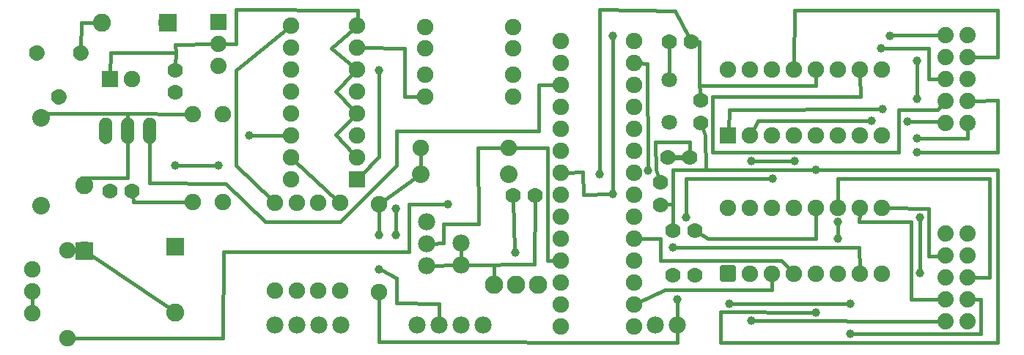
<source format=gtl>
G04 MADE WITH FRITZING*
G04 WWW.FRITZING.ORG*
G04 DOUBLE SIDED*
G04 HOLES PLATED*
G04 CONTOUR ON CENTER OF CONTOUR VECTOR*
%ASAXBY*%
%FSLAX23Y23*%
%MOIN*%
%OFA0B0*%
%SFA1.0B1.0*%
%ADD10C,0.039370*%
%ADD11C,0.070925*%
%ADD12C,0.070866*%
%ADD13C,0.070000*%
%ADD14C,0.082000*%
%ADD15C,0.078000*%
%ADD16C,0.083307*%
%ADD17C,0.075000*%
%ADD18C,0.074000*%
%ADD19C,0.060000*%
%ADD20C,0.080000*%
%ADD21C,0.074667*%
%ADD22C,0.074695*%
%ADD23R,0.082000X0.082000*%
%ADD24R,0.075000X0.075000*%
%ADD25R,0.000150X0.000150*%
%ADD26C,0.024000*%
%ADD27C,0.016000*%
%ADD28C,0.020000*%
%ADD29R,0.001000X0.001000*%
%LNCOPPER1*%
G90*
G70*
G54D10*
X2305Y449D03*
X3044Y234D03*
G54D11*
X3005Y1041D03*
G54D12*
X3005Y1234D03*
G54D13*
X3101Y880D03*
X3001Y880D03*
X3105Y1407D03*
X3005Y1407D03*
G54D10*
X4134Y966D03*
X4134Y1148D03*
X4008Y1435D03*
X4134Y903D03*
X3970Y1377D03*
X3379Y864D03*
X3575Y864D03*
X3279Y215D03*
X3831Y215D03*
X3831Y76D03*
X3772Y589D03*
X3772Y510D03*
X4146Y608D03*
X4146Y353D03*
X1686Y1277D03*
X1095Y982D03*
X957Y844D03*
X760Y844D03*
X3674Y825D03*
X2749Y1435D03*
X2749Y714D03*
X3083Y608D03*
X3477Y785D03*
X2910Y821D03*
X3379Y136D03*
X3674Y175D03*
X1764Y648D03*
X1764Y529D03*
X1686Y529D03*
X3977Y1100D03*
X3024Y470D03*
X2001Y667D03*
X2690Y805D03*
X1686Y372D03*
X4134Y1321D03*
G54D13*
X3022Y549D03*
X3123Y549D03*
X3150Y1039D03*
X3150Y1140D03*
G54D14*
X760Y475D03*
X760Y175D03*
G54D15*
X1512Y116D03*
X1412Y116D03*
X1312Y116D03*
X1212Y116D03*
G54D16*
X2409Y301D03*
X2309Y301D03*
X2209Y301D03*
G54D15*
X2944Y116D03*
X3044Y116D03*
X2060Y492D03*
X2060Y392D03*
X1902Y588D03*
X1902Y488D03*
X1902Y388D03*
G54D17*
X1876Y923D03*
X2276Y923D03*
X977Y1079D03*
X977Y679D03*
G54D18*
X4264Y1438D03*
X4364Y1438D03*
X4264Y1338D03*
X4364Y1338D03*
X4264Y1238D03*
X4364Y1238D03*
X4264Y1138D03*
X4364Y1138D03*
X4264Y1038D03*
X4364Y1038D03*
X4264Y1438D03*
X4364Y1438D03*
X4264Y1338D03*
X4364Y1338D03*
X4264Y1238D03*
X4364Y1238D03*
X4264Y1138D03*
X4364Y1138D03*
X4264Y1038D03*
X4364Y1038D03*
X4264Y533D03*
X4364Y533D03*
X4264Y433D03*
X4364Y433D03*
X4264Y333D03*
X4364Y333D03*
X4264Y233D03*
X4364Y233D03*
X4264Y133D03*
X4364Y133D03*
X4264Y533D03*
X4364Y533D03*
X4264Y433D03*
X4364Y433D03*
X4264Y333D03*
X4364Y333D03*
X4264Y233D03*
X4364Y233D03*
X4264Y133D03*
X4364Y133D03*
G54D15*
X1860Y116D03*
X1960Y116D03*
X2060Y116D03*
X2160Y116D03*
G54D17*
X2845Y111D03*
X2845Y211D03*
X2845Y311D03*
X2845Y411D03*
X2845Y511D03*
X2845Y611D03*
X2845Y711D03*
X2845Y811D03*
X2845Y911D03*
X2845Y1011D03*
X2845Y1111D03*
X2845Y1211D03*
X2845Y1311D03*
X2512Y1411D03*
X2512Y1311D03*
X2512Y1211D03*
X2512Y1111D03*
X2512Y1011D03*
X2512Y911D03*
X2512Y811D03*
X2512Y711D03*
X2512Y611D03*
X2512Y511D03*
X2512Y411D03*
X2512Y311D03*
X2512Y211D03*
X2512Y111D03*
X2845Y1411D03*
X2845Y111D03*
X2845Y211D03*
X2845Y311D03*
X2845Y411D03*
X2845Y511D03*
X2845Y611D03*
X2845Y711D03*
X2845Y811D03*
X2845Y911D03*
X2845Y1011D03*
X2845Y1111D03*
X2845Y1211D03*
X2845Y1311D03*
X2512Y1411D03*
X2512Y1311D03*
X2512Y1211D03*
X2512Y1111D03*
X2512Y1011D03*
X2512Y911D03*
X2512Y811D03*
X2512Y711D03*
X2512Y611D03*
X2512Y511D03*
X2512Y411D03*
X2512Y311D03*
X2512Y211D03*
X2512Y111D03*
X2845Y1411D03*
G54D18*
X957Y1497D03*
X957Y1397D03*
X957Y1297D03*
X957Y1497D03*
X957Y1397D03*
X957Y1297D03*
G54D17*
X1587Y781D03*
X1287Y781D03*
X1587Y881D03*
X1287Y881D03*
X1587Y981D03*
X1287Y981D03*
X1587Y1081D03*
X1287Y1081D03*
X1587Y1181D03*
X1287Y1181D03*
X1587Y1281D03*
X1287Y1281D03*
X1587Y1381D03*
X1287Y1381D03*
X1587Y1481D03*
X1287Y1481D03*
G54D13*
X331Y1356D03*
X131Y1356D03*
X231Y1156D03*
G54D17*
X3274Y352D03*
X3274Y652D03*
X3374Y352D03*
X3374Y652D03*
X3474Y352D03*
X3474Y652D03*
X3574Y352D03*
X3574Y652D03*
X3674Y352D03*
X3674Y652D03*
X3774Y352D03*
X3774Y652D03*
X3874Y352D03*
X3874Y652D03*
X3974Y352D03*
X3974Y652D03*
X3274Y982D03*
X3274Y1282D03*
X3374Y982D03*
X3374Y1282D03*
X3474Y982D03*
X3474Y1282D03*
X3574Y982D03*
X3574Y1282D03*
X3674Y982D03*
X3674Y1282D03*
X3774Y982D03*
X3774Y1282D03*
X3874Y982D03*
X3874Y1282D03*
X3974Y982D03*
X3974Y1282D03*
G54D14*
X724Y1494D03*
X426Y1494D03*
G54D19*
X644Y1002D03*
X544Y1002D03*
X444Y1002D03*
X644Y1002D03*
X544Y1002D03*
X444Y1002D03*
G54D17*
X464Y1238D03*
X564Y1238D03*
G54D13*
X760Y1279D03*
X760Y1179D03*
G54D17*
X1213Y674D03*
X1213Y274D03*
X1312Y674D03*
X1312Y274D03*
X1410Y674D03*
X1410Y274D03*
X1508Y674D03*
X1508Y274D03*
X2296Y1159D03*
X1896Y1159D03*
X2296Y1258D03*
X1896Y1258D03*
X2296Y1376D03*
X1896Y1376D03*
X2296Y1474D03*
X1896Y1474D03*
G54D20*
X150Y1061D03*
X150Y661D03*
G54D17*
X839Y1079D03*
X839Y679D03*
G54D13*
X463Y726D03*
X564Y726D03*
G54D14*
X347Y456D03*
X347Y754D03*
G54D20*
X2276Y805D03*
X1876Y805D03*
G54D13*
X2396Y707D03*
X2296Y707D03*
X2965Y665D03*
X2965Y766D03*
G54D17*
X1686Y667D03*
X1686Y267D03*
G54D13*
X3123Y344D03*
X3022Y344D03*
G54D17*
X268Y457D03*
X268Y57D03*
G54D21*
X111Y172D03*
X111Y272D03*
G54D22*
X111Y372D03*
G54D10*
X3926Y1049D03*
X4091Y1045D03*
G54D23*
X760Y475D03*
G54D24*
X1587Y781D03*
G54D25*
X1287Y1080D03*
X1287Y1181D03*
X3573Y652D03*
G54D24*
X3274Y982D03*
G54D25*
X3573Y1282D03*
G54D23*
X725Y1494D03*
G54D24*
X464Y1238D03*
G54D23*
X347Y455D03*
G54D26*
X3075Y880D02*
X3027Y880D01*
G54D27*
D02*
X3005Y1256D02*
X3005Y1387D01*
D02*
X3142Y1407D02*
X3125Y1407D01*
D02*
X3144Y1206D02*
X3142Y1407D01*
D02*
X3032Y1549D02*
X3095Y1426D01*
D02*
X3099Y951D02*
X3100Y900D01*
D02*
X2942Y951D02*
X3099Y951D01*
D02*
X2946Y825D02*
X2942Y951D01*
D02*
X2304Y462D02*
X2297Y686D01*
D02*
X2615Y710D02*
X2614Y813D01*
D02*
X2614Y813D02*
X2535Y812D01*
D02*
X2735Y714D02*
X2615Y710D01*
D02*
X2209Y328D02*
X2210Y392D01*
D02*
X2210Y392D02*
X2084Y392D01*
D02*
X2959Y785D02*
X2946Y825D01*
D02*
X3144Y1206D02*
X3148Y1160D01*
D02*
X3674Y1259D02*
X3674Y1207D01*
D02*
X3674Y1207D02*
X3144Y1206D01*
D02*
X3044Y141D02*
X3044Y221D01*
D02*
X3044Y38D02*
X1685Y41D01*
D02*
X1685Y41D02*
X1686Y244D01*
D02*
X3044Y91D02*
X3044Y38D01*
D02*
X3024Y667D02*
X3023Y570D01*
D02*
X2986Y666D02*
X3024Y667D01*
D02*
X4501Y904D02*
X4148Y903D01*
D02*
X4501Y1141D02*
X4501Y904D01*
D02*
X4390Y1139D02*
X4501Y1141D01*
D02*
X4239Y1438D02*
X4021Y1436D01*
D02*
X3818Y215D02*
X3293Y215D01*
D02*
X4422Y76D02*
X3845Y76D01*
D02*
X4422Y234D02*
X4422Y76D01*
D02*
X4462Y333D02*
X4462Y785D01*
D02*
X4462Y785D02*
X3772Y785D01*
D02*
X4390Y333D02*
X4462Y333D01*
D02*
X3772Y785D02*
X3773Y675D01*
D02*
X3562Y864D02*
X3393Y864D01*
D02*
X4146Y595D02*
X4146Y366D01*
D02*
X4106Y234D02*
X4106Y589D01*
D02*
X4106Y589D02*
X3871Y589D01*
D02*
X4239Y233D02*
X4106Y234D01*
D02*
X3871Y589D02*
X3873Y629D01*
D02*
X4185Y430D02*
X4185Y648D01*
D02*
X4239Y432D02*
X4185Y430D01*
D02*
X4185Y648D02*
X3997Y652D01*
D02*
X3772Y523D02*
X3772Y575D01*
D02*
X4390Y233D02*
X4422Y234D01*
D02*
X2867Y1310D02*
X2906Y1309D01*
D02*
X1470Y1376D02*
X1569Y1295D01*
D02*
X1570Y1465D02*
X1470Y1376D01*
D02*
X1685Y884D02*
X1603Y797D01*
D02*
X1686Y1264D02*
X1685Y884D01*
D02*
X1264Y981D02*
X1109Y982D01*
D02*
X944Y844D02*
X774Y844D01*
D02*
X3275Y1005D02*
X3281Y1099D01*
D02*
X3281Y1099D02*
X3964Y1100D01*
D02*
X3170Y982D02*
X3174Y824D01*
D02*
X3157Y1020D02*
X3170Y982D01*
D02*
X3174Y824D02*
X3660Y825D01*
D02*
X2749Y1422D02*
X2749Y728D01*
D02*
X3024Y824D02*
X3174Y824D01*
D02*
X3024Y667D02*
X3024Y824D01*
D02*
X3023Y570D02*
X3024Y667D01*
D02*
X3083Y785D02*
X3464Y785D01*
D02*
X3083Y622D02*
X3083Y785D01*
D02*
X2906Y1309D02*
X2910Y834D01*
D02*
X4239Y133D02*
X3392Y136D01*
D02*
X4501Y825D02*
X3687Y825D01*
D02*
X3241Y177D02*
X3241Y38D01*
D02*
X3241Y38D02*
X4501Y38D01*
D02*
X4501Y38D02*
X4501Y825D01*
D02*
X3241Y177D02*
X3660Y175D01*
D02*
X1489Y984D02*
X1571Y897D01*
D02*
X1571Y1064D02*
X1489Y984D01*
D02*
X1489Y1181D02*
X1571Y1097D01*
D02*
X1571Y1264D02*
X1489Y1181D01*
D02*
X1764Y634D02*
X1764Y543D01*
D02*
X1686Y644D02*
X1686Y543D01*
D02*
X760Y1395D02*
X932Y1397D01*
D02*
X762Y1357D02*
X760Y1395D01*
D02*
X761Y1300D02*
X762Y1357D01*
D02*
X466Y1357D02*
X762Y1357D01*
D02*
X464Y1261D02*
X466Y1357D01*
D02*
X568Y679D02*
X565Y706D01*
D02*
X816Y679D02*
X568Y679D01*
D02*
X332Y1494D02*
X399Y1494D01*
D02*
X331Y1377D02*
X332Y1494D01*
D02*
X347Y786D02*
X347Y780D01*
D02*
X544Y786D02*
X347Y786D01*
D02*
X544Y976D02*
X544Y786D01*
D02*
X544Y1081D02*
X544Y1027D01*
D02*
X816Y1079D02*
X544Y1081D01*
D02*
X543Y1081D02*
X544Y1027D01*
D02*
X170Y1081D02*
X543Y1081D01*
D02*
X168Y1079D02*
X170Y1081D01*
D02*
X3576Y1552D02*
X3574Y1305D01*
D02*
X4501Y1552D02*
X3576Y1552D01*
D02*
X4501Y1336D02*
X4501Y1552D01*
D02*
X4390Y1338D02*
X4501Y1336D01*
D02*
X2985Y277D02*
X3473Y277D01*
D02*
X2865Y221D02*
X2985Y277D01*
D02*
X3473Y277D02*
X3474Y329D01*
D02*
X1304Y865D02*
X1492Y689D01*
D02*
X1804Y1159D02*
X1873Y1159D01*
D02*
X1804Y1376D02*
X1804Y1159D01*
D02*
X1610Y1380D02*
X1804Y1376D01*
D02*
X3912Y1049D02*
X3410Y1049D01*
D02*
X4048Y1096D02*
X4049Y904D01*
D02*
X4225Y1096D02*
X4048Y1096D01*
D02*
X4247Y1120D02*
X4225Y1096D01*
D02*
X3410Y1049D02*
X3385Y1002D01*
D02*
X3202Y1158D02*
X3875Y1159D01*
D02*
X3202Y904D02*
X3202Y1158D01*
D02*
X4049Y904D02*
X3202Y904D01*
D02*
X3875Y1159D02*
X3874Y1259D01*
D02*
X4239Y1238D02*
X4186Y1237D01*
D02*
X4186Y1377D02*
X3983Y1377D01*
D02*
X4186Y1237D02*
X4186Y1377D01*
D02*
X2867Y511D02*
X2966Y510D01*
D02*
X3517Y411D02*
X3558Y369D01*
D02*
X2965Y412D02*
X3517Y411D01*
D02*
X2966Y510D02*
X2965Y412D01*
D02*
X3038Y470D02*
X3870Y471D01*
D02*
X1036Y844D02*
X1197Y690D01*
D02*
X1269Y1466D02*
X1035Y1278D01*
D02*
X1035Y1278D02*
X1036Y844D01*
D02*
X3870Y471D02*
X3873Y375D01*
D02*
X2452Y412D02*
X2452Y924D01*
D02*
X2452Y924D02*
X2299Y923D01*
D02*
X2490Y412D02*
X2452Y412D01*
D02*
X2139Y576D02*
X2135Y924D01*
D02*
X1981Y576D02*
X2139Y576D01*
D02*
X2135Y924D02*
X2253Y923D01*
D02*
X1981Y490D02*
X1981Y576D01*
D02*
X1927Y489D02*
X1981Y490D01*
D02*
X2414Y1002D02*
X1765Y1001D01*
D02*
X2413Y1211D02*
X2414Y1002D01*
D02*
X2490Y1211D02*
X2413Y1211D01*
D02*
X1765Y1001D02*
X1765Y845D01*
D02*
X989Y762D02*
X642Y765D01*
D02*
X642Y765D02*
X644Y976D01*
D02*
X1169Y589D02*
X989Y762D01*
D02*
X1509Y589D02*
X1169Y589D01*
D02*
X1765Y845D02*
X1509Y589D01*
D02*
X1824Y668D02*
X1823Y450D01*
D02*
X1987Y667D02*
X1824Y668D01*
D02*
X738Y190D02*
X369Y441D01*
D02*
X1823Y450D02*
X978Y450D01*
D02*
X976Y58D02*
X291Y57D01*
D02*
X978Y450D02*
X976Y58D01*
D02*
X2060Y416D02*
X2060Y467D01*
D02*
X1927Y389D02*
X2035Y391D01*
D02*
X2688Y1553D02*
X2690Y818D01*
D02*
X3182Y510D02*
X3140Y538D01*
D02*
X3674Y510D02*
X3182Y510D01*
D02*
X3674Y629D02*
X3674Y510D01*
D02*
X3032Y1549D02*
X2688Y1553D01*
D02*
X1856Y790D02*
X1704Y681D01*
D02*
X1876Y900D02*
X1876Y831D01*
D02*
X1765Y216D02*
X1765Y332D01*
D02*
X1765Y332D02*
X1698Y366D01*
D02*
X1958Y214D02*
X1765Y216D01*
D02*
X1959Y141D02*
X1958Y214D01*
D02*
X111Y198D02*
X111Y246D01*
D02*
X2084Y392D02*
X2394Y393D01*
D02*
X2394Y393D02*
X2396Y686D01*
D02*
X1588Y1552D02*
X1035Y1553D01*
D02*
X1035Y1397D02*
X983Y1397D01*
D02*
X1035Y1553D02*
X1035Y1397D01*
D02*
X1588Y1504D02*
X1588Y1552D01*
D02*
X4134Y1161D02*
X4134Y1307D01*
D02*
X4363Y966D02*
X4148Y966D01*
D02*
X4364Y1013D02*
X4363Y966D01*
D02*
X4105Y1045D02*
X4233Y1045D01*
D02*
X4233Y1045D02*
X4239Y1044D01*
G54D28*
X3246Y380D02*
X3301Y380D01*
X3301Y325D01*
X3246Y325D01*
X3246Y380D01*
D02*
G54D29*
X920Y1534D02*
X993Y1534D01*
X920Y1533D02*
X993Y1533D01*
X920Y1532D02*
X993Y1532D01*
X920Y1531D02*
X993Y1531D01*
X920Y1530D02*
X993Y1530D01*
X920Y1529D02*
X993Y1529D01*
X920Y1528D02*
X993Y1528D01*
X920Y1527D02*
X993Y1527D01*
X920Y1526D02*
X993Y1526D01*
X920Y1525D02*
X993Y1525D01*
X920Y1524D02*
X993Y1524D01*
X920Y1523D02*
X993Y1523D01*
X920Y1522D02*
X993Y1522D01*
X920Y1521D02*
X993Y1521D01*
X920Y1520D02*
X993Y1520D01*
X920Y1519D02*
X993Y1519D01*
X920Y1518D02*
X993Y1518D01*
X920Y1517D02*
X993Y1517D01*
X920Y1516D02*
X951Y1516D01*
X963Y1516D02*
X993Y1516D01*
X920Y1515D02*
X948Y1515D01*
X965Y1515D02*
X993Y1515D01*
X920Y1514D02*
X946Y1514D01*
X967Y1514D02*
X993Y1514D01*
X920Y1513D02*
X945Y1513D01*
X969Y1513D02*
X993Y1513D01*
X920Y1512D02*
X943Y1512D01*
X970Y1512D02*
X993Y1512D01*
X920Y1511D02*
X942Y1511D01*
X971Y1511D02*
X993Y1511D01*
X920Y1510D02*
X941Y1510D01*
X972Y1510D02*
X993Y1510D01*
X920Y1509D02*
X941Y1509D01*
X973Y1509D02*
X993Y1509D01*
X920Y1508D02*
X940Y1508D01*
X974Y1508D02*
X993Y1508D01*
X920Y1507D02*
X939Y1507D01*
X974Y1507D02*
X993Y1507D01*
X920Y1506D02*
X939Y1506D01*
X975Y1506D02*
X993Y1506D01*
X920Y1505D02*
X938Y1505D01*
X975Y1505D02*
X993Y1505D01*
X920Y1504D02*
X938Y1504D01*
X976Y1504D02*
X993Y1504D01*
X920Y1503D02*
X937Y1503D01*
X976Y1503D02*
X993Y1503D01*
X920Y1502D02*
X937Y1502D01*
X976Y1502D02*
X993Y1502D01*
X920Y1501D02*
X937Y1501D01*
X976Y1501D02*
X993Y1501D01*
X920Y1500D02*
X937Y1500D01*
X977Y1500D02*
X993Y1500D01*
X920Y1499D02*
X937Y1499D01*
X977Y1499D02*
X993Y1499D01*
X920Y1498D02*
X937Y1498D01*
X977Y1498D02*
X993Y1498D01*
X920Y1497D02*
X937Y1497D01*
X977Y1497D02*
X993Y1497D01*
X920Y1496D02*
X937Y1496D01*
X977Y1496D02*
X993Y1496D01*
X920Y1495D02*
X937Y1495D01*
X977Y1495D02*
X993Y1495D01*
X920Y1494D02*
X937Y1494D01*
X977Y1494D02*
X993Y1494D01*
X920Y1493D02*
X937Y1493D01*
X976Y1493D02*
X993Y1493D01*
X920Y1492D02*
X937Y1492D01*
X976Y1492D02*
X993Y1492D01*
X920Y1491D02*
X938Y1491D01*
X976Y1491D02*
X993Y1491D01*
X920Y1490D02*
X938Y1490D01*
X975Y1490D02*
X993Y1490D01*
X920Y1489D02*
X938Y1489D01*
X975Y1489D02*
X993Y1489D01*
X920Y1488D02*
X939Y1488D01*
X974Y1488D02*
X993Y1488D01*
X920Y1487D02*
X939Y1487D01*
X974Y1487D02*
X993Y1487D01*
X920Y1486D02*
X940Y1486D01*
X973Y1486D02*
X993Y1486D01*
X920Y1485D02*
X941Y1485D01*
X973Y1485D02*
X993Y1485D01*
X920Y1484D02*
X942Y1484D01*
X972Y1484D02*
X993Y1484D01*
X920Y1483D02*
X943Y1483D01*
X971Y1483D02*
X993Y1483D01*
X920Y1482D02*
X944Y1482D01*
X970Y1482D02*
X993Y1482D01*
X920Y1481D02*
X945Y1481D01*
X968Y1481D02*
X993Y1481D01*
X920Y1480D02*
X947Y1480D01*
X967Y1480D02*
X993Y1480D01*
X920Y1479D02*
X949Y1479D01*
X965Y1479D02*
X993Y1479D01*
X920Y1478D02*
X952Y1478D01*
X961Y1478D02*
X993Y1478D01*
X920Y1477D02*
X993Y1477D01*
X920Y1476D02*
X993Y1476D01*
X920Y1475D02*
X993Y1475D01*
X920Y1474D02*
X993Y1474D01*
X920Y1473D02*
X993Y1473D01*
X920Y1472D02*
X993Y1472D01*
X920Y1471D02*
X993Y1471D01*
X920Y1470D02*
X993Y1470D01*
X920Y1469D02*
X993Y1469D01*
X920Y1468D02*
X993Y1468D01*
X920Y1467D02*
X993Y1467D01*
X920Y1466D02*
X993Y1466D01*
X920Y1465D02*
X993Y1465D01*
X920Y1464D02*
X993Y1464D01*
X920Y1463D02*
X993Y1463D01*
X920Y1462D02*
X993Y1462D01*
X920Y1461D02*
X993Y1461D01*
X127Y1391D02*
X133Y1391D01*
X327Y1391D02*
X333Y1391D01*
X122Y1390D02*
X138Y1390D01*
X322Y1390D02*
X338Y1390D01*
X119Y1389D02*
X141Y1389D01*
X319Y1389D02*
X341Y1389D01*
X116Y1388D02*
X144Y1388D01*
X316Y1388D02*
X344Y1388D01*
X114Y1387D02*
X146Y1387D01*
X314Y1387D02*
X346Y1387D01*
X112Y1386D02*
X148Y1386D01*
X312Y1386D02*
X348Y1386D01*
X111Y1385D02*
X149Y1385D01*
X311Y1385D02*
X349Y1385D01*
X109Y1384D02*
X151Y1384D01*
X309Y1384D02*
X351Y1384D01*
X108Y1383D02*
X152Y1383D01*
X308Y1383D02*
X352Y1383D01*
X107Y1382D02*
X153Y1382D01*
X307Y1382D02*
X353Y1382D01*
X106Y1381D02*
X154Y1381D01*
X306Y1381D02*
X354Y1381D01*
X105Y1380D02*
X155Y1380D01*
X305Y1380D02*
X355Y1380D01*
X104Y1379D02*
X156Y1379D01*
X304Y1379D02*
X356Y1379D01*
X103Y1378D02*
X157Y1378D01*
X303Y1378D02*
X357Y1378D01*
X102Y1377D02*
X158Y1377D01*
X302Y1377D02*
X358Y1377D01*
X102Y1376D02*
X158Y1376D01*
X302Y1376D02*
X358Y1376D01*
X101Y1375D02*
X159Y1375D01*
X301Y1375D02*
X359Y1375D01*
X101Y1374D02*
X159Y1374D01*
X301Y1374D02*
X359Y1374D01*
X100Y1373D02*
X160Y1373D01*
X300Y1373D02*
X360Y1373D01*
X99Y1372D02*
X161Y1372D01*
X299Y1372D02*
X361Y1372D01*
X99Y1371D02*
X126Y1371D01*
X134Y1371D02*
X161Y1371D01*
X299Y1371D02*
X326Y1371D01*
X334Y1371D02*
X361Y1371D01*
X99Y1370D02*
X123Y1370D01*
X137Y1370D02*
X162Y1370D01*
X299Y1370D02*
X323Y1370D01*
X337Y1370D02*
X361Y1370D01*
X98Y1369D02*
X121Y1369D01*
X139Y1369D02*
X162Y1369D01*
X298Y1369D02*
X321Y1369D01*
X339Y1369D02*
X362Y1369D01*
X98Y1368D02*
X120Y1368D01*
X140Y1368D02*
X162Y1368D01*
X298Y1368D02*
X320Y1368D01*
X340Y1368D02*
X362Y1368D01*
X97Y1367D02*
X119Y1367D01*
X141Y1367D02*
X163Y1367D01*
X297Y1367D02*
X319Y1367D01*
X341Y1367D02*
X363Y1367D01*
X97Y1366D02*
X118Y1366D01*
X142Y1366D02*
X163Y1366D01*
X297Y1366D02*
X318Y1366D01*
X342Y1366D02*
X363Y1366D01*
X97Y1365D02*
X117Y1365D01*
X143Y1365D02*
X163Y1365D01*
X297Y1365D02*
X317Y1365D01*
X343Y1365D02*
X363Y1365D01*
X97Y1364D02*
X117Y1364D01*
X143Y1364D02*
X164Y1364D01*
X297Y1364D02*
X317Y1364D01*
X343Y1364D02*
X363Y1364D01*
X96Y1363D02*
X116Y1363D01*
X144Y1363D02*
X164Y1363D01*
X296Y1363D02*
X316Y1363D01*
X344Y1363D02*
X364Y1363D01*
X96Y1362D02*
X115Y1362D01*
X145Y1362D02*
X164Y1362D01*
X296Y1362D02*
X315Y1362D01*
X345Y1362D02*
X364Y1362D01*
X96Y1361D02*
X115Y1361D01*
X145Y1361D02*
X164Y1361D01*
X296Y1361D02*
X315Y1361D01*
X345Y1361D02*
X364Y1361D01*
X96Y1360D02*
X115Y1360D01*
X145Y1360D02*
X164Y1360D01*
X296Y1360D02*
X315Y1360D01*
X345Y1360D02*
X364Y1360D01*
X96Y1359D02*
X115Y1359D01*
X145Y1359D02*
X164Y1359D01*
X296Y1359D02*
X315Y1359D01*
X345Y1359D02*
X364Y1359D01*
X96Y1358D02*
X115Y1358D01*
X145Y1358D02*
X164Y1358D01*
X296Y1358D02*
X315Y1358D01*
X345Y1358D02*
X364Y1358D01*
X96Y1357D02*
X115Y1357D01*
X145Y1357D02*
X164Y1357D01*
X296Y1357D02*
X315Y1357D01*
X345Y1357D02*
X364Y1357D01*
X96Y1356D02*
X115Y1356D01*
X146Y1356D02*
X165Y1356D01*
X296Y1356D02*
X315Y1356D01*
X345Y1356D02*
X364Y1356D01*
X96Y1355D02*
X115Y1355D01*
X145Y1355D02*
X164Y1355D01*
X296Y1355D02*
X315Y1355D01*
X345Y1355D02*
X364Y1355D01*
X96Y1354D02*
X115Y1354D01*
X145Y1354D02*
X164Y1354D01*
X296Y1354D02*
X315Y1354D01*
X345Y1354D02*
X364Y1354D01*
X96Y1353D02*
X115Y1353D01*
X145Y1353D02*
X164Y1353D01*
X296Y1353D02*
X315Y1353D01*
X345Y1353D02*
X364Y1353D01*
X96Y1352D02*
X115Y1352D01*
X145Y1352D02*
X164Y1352D01*
X296Y1352D02*
X315Y1352D01*
X345Y1352D02*
X364Y1352D01*
X96Y1351D02*
X115Y1351D01*
X145Y1351D02*
X164Y1351D01*
X296Y1351D02*
X315Y1351D01*
X345Y1351D02*
X364Y1351D01*
X96Y1350D02*
X116Y1350D01*
X144Y1350D02*
X164Y1350D01*
X296Y1350D02*
X316Y1350D01*
X344Y1350D02*
X364Y1350D01*
X96Y1349D02*
X116Y1349D01*
X144Y1349D02*
X164Y1349D01*
X296Y1349D02*
X316Y1349D01*
X344Y1349D02*
X364Y1349D01*
X97Y1348D02*
X117Y1348D01*
X143Y1348D02*
X163Y1348D01*
X297Y1348D02*
X317Y1348D01*
X343Y1348D02*
X363Y1348D01*
X97Y1347D02*
X118Y1347D01*
X142Y1347D02*
X163Y1347D01*
X297Y1347D02*
X318Y1347D01*
X342Y1347D02*
X363Y1347D01*
X97Y1346D02*
X119Y1346D01*
X141Y1346D02*
X163Y1346D01*
X297Y1346D02*
X319Y1346D01*
X341Y1346D02*
X363Y1346D01*
X98Y1345D02*
X120Y1345D01*
X140Y1345D02*
X162Y1345D01*
X298Y1345D02*
X320Y1345D01*
X340Y1345D02*
X362Y1345D01*
X98Y1344D02*
X121Y1344D01*
X139Y1344D02*
X162Y1344D01*
X298Y1344D02*
X321Y1344D01*
X339Y1344D02*
X362Y1344D01*
X98Y1343D02*
X122Y1343D01*
X138Y1343D02*
X162Y1343D01*
X298Y1343D02*
X322Y1343D01*
X338Y1343D02*
X362Y1343D01*
X99Y1342D02*
X125Y1342D01*
X135Y1342D02*
X161Y1342D01*
X299Y1342D02*
X325Y1342D01*
X335Y1342D02*
X361Y1342D01*
X99Y1341D02*
X161Y1341D01*
X299Y1341D02*
X361Y1341D01*
X100Y1340D02*
X160Y1340D01*
X300Y1340D02*
X360Y1340D01*
X100Y1339D02*
X160Y1339D01*
X300Y1339D02*
X360Y1339D01*
X101Y1338D02*
X159Y1338D01*
X301Y1338D02*
X359Y1338D01*
X101Y1337D02*
X159Y1337D01*
X301Y1337D02*
X359Y1337D01*
X102Y1336D02*
X158Y1336D01*
X302Y1336D02*
X358Y1336D01*
X103Y1335D02*
X157Y1335D01*
X303Y1335D02*
X357Y1335D01*
X104Y1334D02*
X156Y1334D01*
X304Y1334D02*
X356Y1334D01*
X104Y1333D02*
X156Y1333D01*
X304Y1333D02*
X356Y1333D01*
X105Y1332D02*
X155Y1332D01*
X305Y1332D02*
X355Y1332D01*
X106Y1331D02*
X154Y1331D01*
X306Y1331D02*
X354Y1331D01*
X108Y1330D02*
X153Y1330D01*
X307Y1330D02*
X353Y1330D01*
X109Y1329D02*
X151Y1329D01*
X309Y1329D02*
X351Y1329D01*
X110Y1328D02*
X150Y1328D01*
X310Y1328D02*
X350Y1328D01*
X112Y1327D02*
X148Y1327D01*
X312Y1327D02*
X348Y1327D01*
X113Y1326D02*
X147Y1326D01*
X313Y1326D02*
X347Y1326D01*
X115Y1325D02*
X145Y1325D01*
X315Y1325D02*
X345Y1325D01*
X118Y1324D02*
X142Y1324D01*
X318Y1324D02*
X342Y1324D01*
X120Y1323D02*
X140Y1323D01*
X320Y1323D02*
X340Y1323D01*
X124Y1322D02*
X136Y1322D01*
X324Y1322D02*
X336Y1322D01*
X226Y1191D02*
X234Y1191D01*
X222Y1190D02*
X238Y1190D01*
X219Y1189D02*
X241Y1189D01*
X216Y1188D02*
X244Y1188D01*
X214Y1187D02*
X246Y1187D01*
X212Y1186D02*
X248Y1186D01*
X211Y1185D02*
X249Y1185D01*
X209Y1184D02*
X251Y1184D01*
X208Y1183D02*
X252Y1183D01*
X207Y1182D02*
X253Y1182D01*
X206Y1181D02*
X254Y1181D01*
X205Y1180D02*
X255Y1180D01*
X204Y1179D02*
X256Y1179D01*
X203Y1178D02*
X257Y1178D01*
X202Y1177D02*
X258Y1177D01*
X202Y1176D02*
X258Y1176D01*
X201Y1175D02*
X259Y1175D01*
X201Y1174D02*
X260Y1174D01*
X200Y1173D02*
X260Y1173D01*
X199Y1172D02*
X261Y1172D01*
X199Y1171D02*
X226Y1171D01*
X234Y1171D02*
X261Y1171D01*
X198Y1170D02*
X223Y1170D01*
X237Y1170D02*
X262Y1170D01*
X198Y1169D02*
X221Y1169D01*
X239Y1169D02*
X262Y1169D01*
X198Y1168D02*
X220Y1168D01*
X240Y1168D02*
X262Y1168D01*
X197Y1167D02*
X219Y1167D01*
X241Y1167D02*
X263Y1167D01*
X197Y1166D02*
X218Y1166D01*
X242Y1166D02*
X263Y1166D01*
X197Y1165D02*
X217Y1165D01*
X243Y1165D02*
X263Y1165D01*
X197Y1164D02*
X217Y1164D01*
X244Y1164D02*
X264Y1164D01*
X196Y1163D02*
X216Y1163D01*
X244Y1163D02*
X264Y1163D01*
X196Y1162D02*
X215Y1162D01*
X245Y1162D02*
X264Y1162D01*
X196Y1161D02*
X215Y1161D01*
X245Y1161D02*
X264Y1161D01*
X196Y1160D02*
X215Y1160D01*
X245Y1160D02*
X264Y1160D01*
X196Y1159D02*
X215Y1159D01*
X245Y1159D02*
X264Y1159D01*
X196Y1158D02*
X215Y1158D01*
X245Y1158D02*
X264Y1158D01*
X196Y1157D02*
X215Y1157D01*
X245Y1157D02*
X264Y1157D01*
X196Y1156D02*
X215Y1156D01*
X245Y1156D02*
X264Y1156D01*
X196Y1155D02*
X215Y1155D01*
X245Y1155D02*
X264Y1155D01*
X196Y1154D02*
X215Y1154D01*
X245Y1154D02*
X264Y1154D01*
X196Y1153D02*
X215Y1153D01*
X245Y1153D02*
X264Y1153D01*
X196Y1152D02*
X215Y1152D01*
X245Y1152D02*
X264Y1152D01*
X196Y1151D02*
X215Y1151D01*
X245Y1151D02*
X264Y1151D01*
X196Y1150D02*
X216Y1150D01*
X244Y1150D02*
X264Y1150D01*
X196Y1149D02*
X216Y1149D01*
X244Y1149D02*
X264Y1149D01*
X197Y1148D02*
X217Y1148D01*
X243Y1148D02*
X263Y1148D01*
X197Y1147D02*
X218Y1147D01*
X242Y1147D02*
X263Y1147D01*
X197Y1146D02*
X219Y1146D01*
X241Y1146D02*
X263Y1146D01*
X198Y1145D02*
X220Y1145D01*
X240Y1145D02*
X262Y1145D01*
X198Y1144D02*
X221Y1144D01*
X239Y1144D02*
X262Y1144D01*
X198Y1143D02*
X222Y1143D01*
X238Y1143D02*
X262Y1143D01*
X199Y1142D02*
X225Y1142D01*
X235Y1142D02*
X261Y1142D01*
X199Y1141D02*
X261Y1141D01*
X200Y1140D02*
X260Y1140D01*
X200Y1139D02*
X260Y1139D01*
X201Y1138D02*
X259Y1138D01*
X201Y1137D02*
X259Y1137D01*
X202Y1136D02*
X258Y1136D01*
X203Y1135D02*
X257Y1135D01*
X204Y1134D02*
X256Y1134D01*
X205Y1133D02*
X256Y1133D01*
X205Y1132D02*
X255Y1132D01*
X206Y1131D02*
X254Y1131D01*
X208Y1130D02*
X252Y1130D01*
X209Y1129D02*
X251Y1129D01*
X210Y1128D02*
X250Y1128D01*
X212Y1127D02*
X248Y1127D01*
X213Y1126D02*
X247Y1126D01*
X215Y1125D02*
X245Y1125D01*
X218Y1124D02*
X242Y1124D01*
X220Y1123D02*
X240Y1123D01*
X224Y1122D02*
X236Y1122D01*
X443Y1062D02*
X444Y1062D01*
X543Y1062D02*
X544Y1062D01*
X643Y1062D02*
X644Y1062D01*
X436Y1061D02*
X451Y1061D01*
X536Y1061D02*
X551Y1061D01*
X636Y1061D02*
X651Y1061D01*
X433Y1060D02*
X454Y1060D01*
X533Y1060D02*
X554Y1060D01*
X633Y1060D02*
X654Y1060D01*
X431Y1059D02*
X456Y1059D01*
X531Y1059D02*
X556Y1059D01*
X631Y1059D02*
X656Y1059D01*
X429Y1058D02*
X458Y1058D01*
X529Y1058D02*
X558Y1058D01*
X629Y1058D02*
X658Y1058D01*
X427Y1057D02*
X460Y1057D01*
X527Y1057D02*
X560Y1057D01*
X627Y1057D02*
X660Y1057D01*
X426Y1056D02*
X461Y1056D01*
X526Y1056D02*
X561Y1056D01*
X626Y1056D02*
X661Y1056D01*
X425Y1055D02*
X462Y1055D01*
X525Y1055D02*
X562Y1055D01*
X625Y1055D02*
X662Y1055D01*
X423Y1054D02*
X463Y1054D01*
X523Y1054D02*
X563Y1054D01*
X623Y1054D02*
X663Y1054D01*
X422Y1053D02*
X464Y1053D01*
X522Y1053D02*
X564Y1053D01*
X622Y1053D02*
X664Y1053D01*
X422Y1052D02*
X465Y1052D01*
X521Y1052D02*
X565Y1052D01*
X621Y1052D02*
X665Y1052D01*
X421Y1051D02*
X466Y1051D01*
X521Y1051D02*
X566Y1051D01*
X621Y1051D02*
X666Y1051D01*
X420Y1050D02*
X467Y1050D01*
X520Y1050D02*
X567Y1050D01*
X620Y1050D02*
X667Y1050D01*
X419Y1049D02*
X468Y1049D01*
X519Y1049D02*
X568Y1049D01*
X619Y1049D02*
X668Y1049D01*
X418Y1048D02*
X468Y1048D01*
X518Y1048D02*
X568Y1048D01*
X618Y1048D02*
X668Y1048D01*
X418Y1047D02*
X469Y1047D01*
X518Y1047D02*
X569Y1047D01*
X618Y1047D02*
X669Y1047D01*
X417Y1046D02*
X469Y1046D01*
X517Y1046D02*
X569Y1046D01*
X617Y1046D02*
X669Y1046D01*
X417Y1045D02*
X470Y1045D01*
X517Y1045D02*
X570Y1045D01*
X617Y1045D02*
X670Y1045D01*
X416Y1044D02*
X470Y1044D01*
X516Y1044D02*
X570Y1044D01*
X616Y1044D02*
X670Y1044D01*
X416Y1043D02*
X471Y1043D01*
X516Y1043D02*
X571Y1043D01*
X616Y1043D02*
X671Y1043D01*
X416Y1042D02*
X471Y1042D01*
X516Y1042D02*
X571Y1042D01*
X616Y1042D02*
X671Y1042D01*
X415Y1041D02*
X472Y1041D01*
X515Y1041D02*
X571Y1041D01*
X615Y1041D02*
X671Y1041D01*
X415Y1040D02*
X472Y1040D01*
X515Y1040D02*
X572Y1040D01*
X615Y1040D02*
X672Y1040D01*
X415Y1039D02*
X472Y1039D01*
X515Y1039D02*
X572Y1039D01*
X615Y1039D02*
X672Y1039D01*
X414Y1038D02*
X472Y1038D01*
X514Y1038D02*
X572Y1038D01*
X614Y1038D02*
X672Y1038D01*
X414Y1037D02*
X472Y1037D01*
X514Y1037D02*
X572Y1037D01*
X614Y1037D02*
X672Y1037D01*
X414Y1036D02*
X473Y1036D01*
X514Y1036D02*
X573Y1036D01*
X614Y1036D02*
X673Y1036D01*
X414Y1035D02*
X473Y1035D01*
X514Y1035D02*
X573Y1035D01*
X614Y1035D02*
X673Y1035D01*
X414Y1034D02*
X473Y1034D01*
X514Y1034D02*
X573Y1034D01*
X614Y1034D02*
X673Y1034D01*
X414Y1033D02*
X473Y1033D01*
X514Y1033D02*
X573Y1033D01*
X614Y1033D02*
X673Y1033D01*
X414Y1032D02*
X473Y1032D01*
X514Y1032D02*
X573Y1032D01*
X614Y1032D02*
X673Y1032D01*
X414Y1031D02*
X473Y1031D01*
X514Y1031D02*
X573Y1031D01*
X614Y1031D02*
X673Y1031D01*
X414Y1030D02*
X473Y1030D01*
X514Y1030D02*
X573Y1030D01*
X614Y1030D02*
X673Y1030D01*
X414Y1029D02*
X473Y1029D01*
X514Y1029D02*
X573Y1029D01*
X614Y1029D02*
X673Y1029D01*
X414Y1028D02*
X473Y1028D01*
X514Y1028D02*
X573Y1028D01*
X614Y1028D02*
X673Y1028D01*
X414Y1027D02*
X473Y1027D01*
X514Y1027D02*
X573Y1027D01*
X614Y1027D02*
X673Y1027D01*
X414Y1026D02*
X473Y1026D01*
X514Y1026D02*
X573Y1026D01*
X614Y1026D02*
X673Y1026D01*
X414Y1025D02*
X473Y1025D01*
X514Y1025D02*
X573Y1025D01*
X614Y1025D02*
X673Y1025D01*
X414Y1024D02*
X473Y1024D01*
X514Y1024D02*
X573Y1024D01*
X614Y1024D02*
X673Y1024D01*
X414Y1023D02*
X473Y1023D01*
X514Y1023D02*
X573Y1023D01*
X614Y1023D02*
X673Y1023D01*
X414Y1022D02*
X442Y1022D01*
X444Y1022D02*
X473Y1022D01*
X514Y1022D02*
X542Y1022D01*
X544Y1022D02*
X573Y1022D01*
X614Y1022D02*
X642Y1022D01*
X644Y1022D02*
X673Y1022D01*
X414Y1021D02*
X437Y1021D01*
X450Y1021D02*
X473Y1021D01*
X514Y1021D02*
X537Y1021D01*
X550Y1021D02*
X573Y1021D01*
X614Y1021D02*
X637Y1021D01*
X650Y1021D02*
X673Y1021D01*
X414Y1020D02*
X434Y1020D01*
X453Y1020D02*
X473Y1020D01*
X514Y1020D02*
X534Y1020D01*
X553Y1020D02*
X573Y1020D01*
X614Y1020D02*
X634Y1020D01*
X653Y1020D02*
X673Y1020D01*
X414Y1019D02*
X432Y1019D01*
X454Y1019D02*
X473Y1019D01*
X514Y1019D02*
X532Y1019D01*
X554Y1019D02*
X573Y1019D01*
X614Y1019D02*
X632Y1019D01*
X654Y1019D02*
X673Y1019D01*
X414Y1018D02*
X431Y1018D01*
X456Y1018D02*
X473Y1018D01*
X514Y1018D02*
X531Y1018D01*
X556Y1018D02*
X573Y1018D01*
X614Y1018D02*
X631Y1018D01*
X656Y1018D02*
X673Y1018D01*
X414Y1017D02*
X430Y1017D01*
X457Y1017D02*
X473Y1017D01*
X514Y1017D02*
X530Y1017D01*
X557Y1017D02*
X573Y1017D01*
X614Y1017D02*
X630Y1017D01*
X657Y1017D02*
X673Y1017D01*
X414Y1016D02*
X429Y1016D01*
X458Y1016D02*
X473Y1016D01*
X514Y1016D02*
X529Y1016D01*
X558Y1016D02*
X573Y1016D01*
X614Y1016D02*
X629Y1016D01*
X658Y1016D02*
X673Y1016D01*
X414Y1015D02*
X428Y1015D01*
X459Y1015D02*
X473Y1015D01*
X514Y1015D02*
X528Y1015D01*
X559Y1015D02*
X573Y1015D01*
X614Y1015D02*
X628Y1015D01*
X659Y1015D02*
X673Y1015D01*
X414Y1014D02*
X427Y1014D01*
X460Y1014D02*
X473Y1014D01*
X514Y1014D02*
X527Y1014D01*
X560Y1014D02*
X573Y1014D01*
X614Y1014D02*
X627Y1014D01*
X660Y1014D02*
X673Y1014D01*
X414Y1013D02*
X426Y1013D01*
X461Y1013D02*
X473Y1013D01*
X514Y1013D02*
X526Y1013D01*
X561Y1013D02*
X573Y1013D01*
X614Y1013D02*
X626Y1013D01*
X661Y1013D02*
X673Y1013D01*
X414Y1012D02*
X426Y1012D01*
X461Y1012D02*
X473Y1012D01*
X514Y1012D02*
X526Y1012D01*
X561Y1012D02*
X573Y1012D01*
X614Y1012D02*
X626Y1012D01*
X661Y1012D02*
X673Y1012D01*
X414Y1011D02*
X425Y1011D01*
X462Y1011D02*
X473Y1011D01*
X514Y1011D02*
X525Y1011D01*
X562Y1011D02*
X573Y1011D01*
X614Y1011D02*
X625Y1011D01*
X662Y1011D02*
X673Y1011D01*
X414Y1010D02*
X425Y1010D01*
X462Y1010D02*
X473Y1010D01*
X514Y1010D02*
X525Y1010D01*
X562Y1010D02*
X573Y1010D01*
X614Y1010D02*
X625Y1010D01*
X662Y1010D02*
X673Y1010D01*
X414Y1009D02*
X424Y1009D01*
X463Y1009D02*
X473Y1009D01*
X514Y1009D02*
X524Y1009D01*
X563Y1009D02*
X573Y1009D01*
X614Y1009D02*
X624Y1009D01*
X663Y1009D02*
X673Y1009D01*
X414Y1008D02*
X424Y1008D01*
X463Y1008D02*
X473Y1008D01*
X514Y1008D02*
X524Y1008D01*
X563Y1008D02*
X573Y1008D01*
X614Y1008D02*
X624Y1008D01*
X663Y1008D02*
X673Y1008D01*
X414Y1007D02*
X424Y1007D01*
X463Y1007D02*
X473Y1007D01*
X514Y1007D02*
X524Y1007D01*
X563Y1007D02*
X573Y1007D01*
X614Y1007D02*
X624Y1007D01*
X663Y1007D02*
X673Y1007D01*
X414Y1006D02*
X423Y1006D01*
X463Y1006D02*
X473Y1006D01*
X514Y1006D02*
X523Y1006D01*
X563Y1006D02*
X573Y1006D01*
X614Y1006D02*
X623Y1006D01*
X663Y1006D02*
X673Y1006D01*
X414Y1005D02*
X423Y1005D01*
X464Y1005D02*
X473Y1005D01*
X514Y1005D02*
X523Y1005D01*
X564Y1005D02*
X573Y1005D01*
X614Y1005D02*
X623Y1005D01*
X664Y1005D02*
X673Y1005D01*
X414Y1004D02*
X423Y1004D01*
X464Y1004D02*
X473Y1004D01*
X514Y1004D02*
X523Y1004D01*
X564Y1004D02*
X573Y1004D01*
X614Y1004D02*
X623Y1004D01*
X664Y1004D02*
X673Y1004D01*
X414Y1003D02*
X423Y1003D01*
X464Y1003D02*
X473Y1003D01*
X514Y1003D02*
X523Y1003D01*
X564Y1003D02*
X573Y1003D01*
X614Y1003D02*
X623Y1003D01*
X664Y1003D02*
X673Y1003D01*
X414Y1002D02*
X423Y1002D01*
X464Y1002D02*
X473Y1002D01*
X514Y1002D02*
X523Y1002D01*
X564Y1002D02*
X573Y1002D01*
X614Y1002D02*
X623Y1002D01*
X664Y1002D02*
X673Y1002D01*
X414Y1001D02*
X423Y1001D01*
X464Y1001D02*
X473Y1001D01*
X514Y1001D02*
X523Y1001D01*
X564Y1001D02*
X573Y1001D01*
X614Y1001D02*
X623Y1001D01*
X664Y1001D02*
X673Y1001D01*
X414Y1000D02*
X423Y1000D01*
X464Y1000D02*
X473Y1000D01*
X514Y1000D02*
X523Y1000D01*
X564Y1000D02*
X573Y1000D01*
X614Y1000D02*
X623Y1000D01*
X664Y1000D02*
X673Y1000D01*
X414Y999D02*
X423Y999D01*
X464Y999D02*
X473Y999D01*
X514Y999D02*
X523Y999D01*
X564Y999D02*
X573Y999D01*
X614Y999D02*
X623Y999D01*
X664Y999D02*
X673Y999D01*
X414Y998D02*
X423Y998D01*
X463Y998D02*
X473Y998D01*
X514Y998D02*
X523Y998D01*
X563Y998D02*
X573Y998D01*
X614Y998D02*
X623Y998D01*
X663Y998D02*
X673Y998D01*
X414Y997D02*
X424Y997D01*
X463Y997D02*
X473Y997D01*
X514Y997D02*
X524Y997D01*
X563Y997D02*
X573Y997D01*
X614Y997D02*
X624Y997D01*
X663Y997D02*
X673Y997D01*
X414Y996D02*
X424Y996D01*
X463Y996D02*
X473Y996D01*
X514Y996D02*
X524Y996D01*
X563Y996D02*
X573Y996D01*
X614Y996D02*
X624Y996D01*
X663Y996D02*
X673Y996D01*
X414Y995D02*
X424Y995D01*
X463Y995D02*
X473Y995D01*
X514Y995D02*
X524Y995D01*
X563Y995D02*
X573Y995D01*
X614Y995D02*
X624Y995D01*
X662Y995D02*
X673Y995D01*
X414Y994D02*
X425Y994D01*
X462Y994D02*
X473Y994D01*
X514Y994D02*
X525Y994D01*
X562Y994D02*
X573Y994D01*
X614Y994D02*
X625Y994D01*
X662Y994D02*
X673Y994D01*
X414Y993D02*
X425Y993D01*
X462Y993D02*
X473Y993D01*
X514Y993D02*
X525Y993D01*
X562Y993D02*
X573Y993D01*
X614Y993D02*
X625Y993D01*
X662Y993D02*
X673Y993D01*
X414Y992D02*
X426Y992D01*
X461Y992D02*
X473Y992D01*
X514Y992D02*
X526Y992D01*
X561Y992D02*
X573Y992D01*
X614Y992D02*
X626Y992D01*
X661Y992D02*
X673Y992D01*
X414Y991D02*
X426Y991D01*
X460Y991D02*
X473Y991D01*
X514Y991D02*
X526Y991D01*
X560Y991D02*
X573Y991D01*
X614Y991D02*
X626Y991D01*
X660Y991D02*
X673Y991D01*
X414Y990D02*
X427Y990D01*
X460Y990D02*
X473Y990D01*
X514Y990D02*
X527Y990D01*
X560Y990D02*
X573Y990D01*
X614Y990D02*
X627Y990D01*
X660Y990D02*
X673Y990D01*
X414Y989D02*
X428Y989D01*
X459Y989D02*
X473Y989D01*
X514Y989D02*
X528Y989D01*
X559Y989D02*
X573Y989D01*
X614Y989D02*
X628Y989D01*
X659Y989D02*
X673Y989D01*
X414Y988D02*
X429Y988D01*
X458Y988D02*
X473Y988D01*
X514Y988D02*
X529Y988D01*
X558Y988D02*
X573Y988D01*
X614Y988D02*
X629Y988D01*
X658Y988D02*
X673Y988D01*
X414Y987D02*
X430Y987D01*
X457Y987D02*
X473Y987D01*
X514Y987D02*
X530Y987D01*
X557Y987D02*
X573Y987D01*
X614Y987D02*
X630Y987D01*
X657Y987D02*
X673Y987D01*
X414Y986D02*
X431Y986D01*
X456Y986D02*
X473Y986D01*
X514Y986D02*
X531Y986D01*
X556Y986D02*
X573Y986D01*
X614Y986D02*
X631Y986D01*
X656Y986D02*
X673Y986D01*
X414Y985D02*
X433Y985D01*
X454Y985D02*
X473Y985D01*
X514Y985D02*
X533Y985D01*
X554Y985D02*
X573Y985D01*
X614Y985D02*
X633Y985D01*
X654Y985D02*
X673Y985D01*
X414Y984D02*
X434Y984D01*
X452Y984D02*
X473Y984D01*
X514Y984D02*
X534Y984D01*
X552Y984D02*
X573Y984D01*
X614Y984D02*
X634Y984D01*
X652Y984D02*
X673Y984D01*
X414Y983D02*
X437Y983D01*
X450Y983D02*
X473Y983D01*
X514Y983D02*
X537Y983D01*
X550Y983D02*
X573Y983D01*
X614Y983D02*
X637Y983D01*
X650Y983D02*
X673Y983D01*
X414Y982D02*
X473Y982D01*
X514Y982D02*
X573Y982D01*
X614Y982D02*
X673Y982D01*
X414Y981D02*
X473Y981D01*
X514Y981D02*
X573Y981D01*
X614Y981D02*
X673Y981D01*
X414Y980D02*
X473Y980D01*
X514Y980D02*
X573Y980D01*
X614Y980D02*
X673Y980D01*
X414Y979D02*
X473Y979D01*
X514Y979D02*
X573Y979D01*
X614Y979D02*
X673Y979D01*
X414Y978D02*
X473Y978D01*
X514Y978D02*
X573Y978D01*
X614Y978D02*
X673Y978D01*
X414Y977D02*
X473Y977D01*
X514Y977D02*
X573Y977D01*
X614Y977D02*
X673Y977D01*
X414Y976D02*
X473Y976D01*
X514Y976D02*
X573Y976D01*
X614Y976D02*
X673Y976D01*
X414Y975D02*
X473Y975D01*
X514Y975D02*
X573Y975D01*
X614Y975D02*
X673Y975D01*
X414Y974D02*
X473Y974D01*
X514Y974D02*
X573Y974D01*
X614Y974D02*
X673Y974D01*
X414Y973D02*
X473Y973D01*
X514Y973D02*
X573Y973D01*
X614Y973D02*
X673Y973D01*
X414Y972D02*
X473Y972D01*
X514Y972D02*
X573Y972D01*
X614Y972D02*
X673Y972D01*
X414Y971D02*
X473Y971D01*
X514Y971D02*
X573Y971D01*
X614Y971D02*
X673Y971D01*
X414Y970D02*
X473Y970D01*
X514Y970D02*
X573Y970D01*
X614Y970D02*
X673Y970D01*
X414Y969D02*
X473Y969D01*
X514Y969D02*
X573Y969D01*
X614Y969D02*
X673Y969D01*
X414Y968D02*
X473Y968D01*
X514Y968D02*
X573Y968D01*
X614Y968D02*
X673Y968D01*
X414Y967D02*
X472Y967D01*
X514Y967D02*
X572Y967D01*
X614Y967D02*
X672Y967D01*
X414Y966D02*
X472Y966D01*
X514Y966D02*
X572Y966D01*
X614Y966D02*
X672Y966D01*
X415Y965D02*
X472Y965D01*
X515Y965D02*
X572Y965D01*
X615Y965D02*
X672Y965D01*
X415Y964D02*
X472Y964D01*
X515Y964D02*
X572Y964D01*
X615Y964D02*
X672Y964D01*
X415Y963D02*
X471Y963D01*
X515Y963D02*
X571Y963D01*
X615Y963D02*
X671Y963D01*
X416Y962D02*
X471Y962D01*
X516Y962D02*
X571Y962D01*
X616Y962D02*
X671Y962D01*
X416Y961D02*
X471Y961D01*
X516Y961D02*
X571Y961D01*
X616Y961D02*
X671Y961D01*
X416Y960D02*
X470Y960D01*
X516Y960D02*
X570Y960D01*
X616Y960D02*
X670Y960D01*
X417Y959D02*
X470Y959D01*
X517Y959D02*
X570Y959D01*
X617Y959D02*
X670Y959D01*
X417Y958D02*
X469Y958D01*
X517Y958D02*
X569Y958D01*
X617Y958D02*
X669Y958D01*
X418Y957D02*
X469Y957D01*
X518Y957D02*
X569Y957D01*
X618Y957D02*
X669Y957D01*
X419Y956D02*
X468Y956D01*
X519Y956D02*
X568Y956D01*
X619Y956D02*
X668Y956D01*
X419Y955D02*
X468Y955D01*
X519Y955D02*
X568Y955D01*
X619Y955D02*
X667Y955D01*
X420Y954D02*
X467Y954D01*
X520Y954D02*
X567Y954D01*
X620Y954D02*
X667Y954D01*
X421Y953D02*
X466Y953D01*
X521Y953D02*
X566Y953D01*
X621Y953D02*
X666Y953D01*
X422Y952D02*
X465Y952D01*
X522Y952D02*
X565Y952D01*
X622Y952D02*
X665Y952D01*
X423Y951D02*
X464Y951D01*
X523Y951D02*
X564Y951D01*
X623Y951D02*
X664Y951D01*
X424Y950D02*
X463Y950D01*
X524Y950D02*
X563Y950D01*
X624Y950D02*
X663Y950D01*
X425Y949D02*
X462Y949D01*
X525Y949D02*
X562Y949D01*
X625Y949D02*
X662Y949D01*
X426Y948D02*
X461Y948D01*
X526Y948D02*
X561Y948D01*
X626Y948D02*
X661Y948D01*
X427Y947D02*
X459Y947D01*
X527Y947D02*
X559Y947D01*
X627Y947D02*
X659Y947D01*
X429Y946D02*
X458Y946D01*
X529Y946D02*
X558Y946D01*
X629Y946D02*
X658Y946D01*
X431Y945D02*
X456Y945D01*
X531Y945D02*
X556Y945D01*
X631Y945D02*
X656Y945D01*
X433Y944D02*
X453Y944D01*
X533Y944D02*
X553Y944D01*
X633Y944D02*
X653Y944D01*
X437Y943D02*
X450Y943D01*
X537Y943D02*
X550Y943D01*
X637Y943D02*
X650Y943D01*
D02*
G04 End of Copper1*
M02*
</source>
